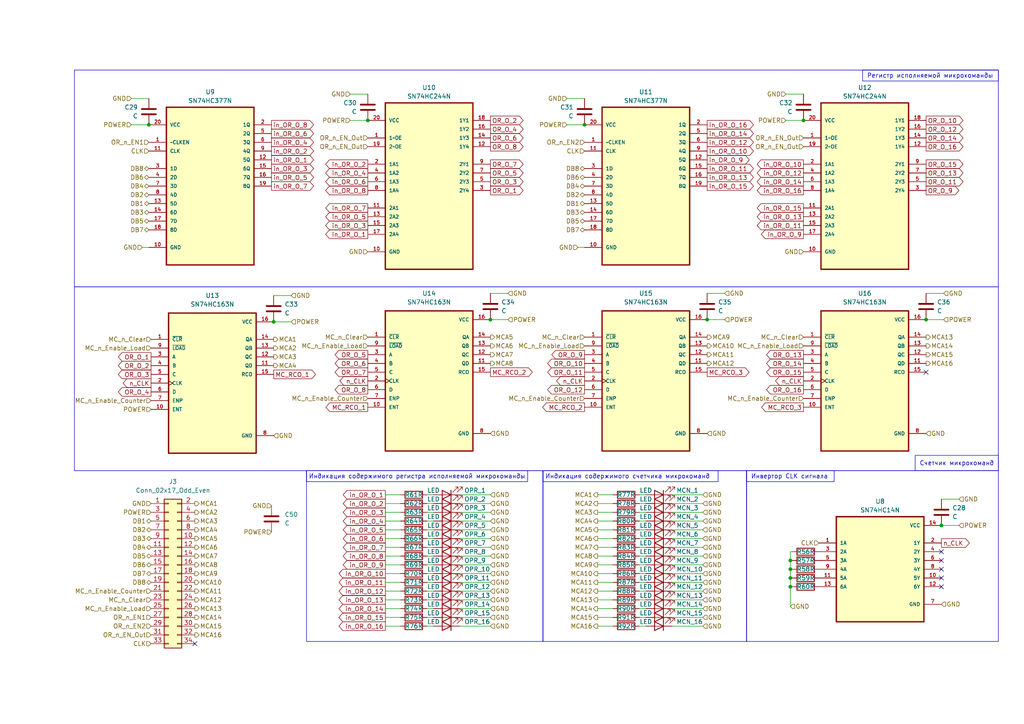
<source format=kicad_sch>
(kicad_sch (version 20230121) (generator eeschema)
  (paper "A4")
  (title_block (comment 1 "Схема электрическая принципиальная \\n Счетчика микрокоманд"))
  (junction (at 79.375 93.345))
  (junction (at 233.045 34.925))
  (junction (at 142.24 92.71))
  (junction (at 229.235 165.1))
  (junction (at 229.235 162.56))
  (junction (at 229.235 167.64))
  (junction (at 205.105 92.71))
  (junction (at 169.545 36.195))
  (junction (at 229.235 170.18))
  (junction (at 106.68 34.925))
  (junction (at 43.18 36.195))
  (junction (at 273.05 152.4))
  (junction (at 268.605 92.71))
  (no_connect (at 268.605 107.95))
  (no_connect (at 56.515 186.69))
  (no_connect (at 273.05 170.18))
  (no_connect (at 273.05 167.64))
  (no_connect (at 273.05 160.02))
  (no_connect (at 273.05 165.1))
  (no_connect (at 273.05 162.56))
  (wire (pts (xy 229.235 175.895) (xy 229.235 170.18)))
  (wire (pts (xy 123.825 143.51) (xy 125.73 143.51)))
  (wire (pts (xy 125.73 156.21) (xy 123.825 156.21)))
  (wire (pts (xy 125.73 179.07) (xy 123.825 179.07)))
  (wire (pts (xy 194.945 171.45) (xy 203.835 171.45)))
  (wire (pts (xy 116.205 143.51) (xy 111.76 143.51)))
  (wire (pts (xy 229.235 162.56) (xy 229.87 162.56)))
  (wire (pts (xy 133.35 163.83) (xy 142.24 163.83)))
  (wire (pts (xy 177.8 151.13) (xy 173.355 151.13)))
  (wire (pts (xy 194.945 166.37) (xy 203.835 166.37)))
  (wire (pts (xy 116.205 166.37) (xy 111.76 166.37)))
  (wire (pts (xy 177.8 158.75) (xy 173.355 158.75)))
  (wire (pts (xy 116.205 148.59) (xy 111.76 148.59)))
  (wire (pts (xy 125.73 161.29) (xy 123.825 161.29)))
  (wire (pts (xy 177.8 143.51) (xy 173.355 143.51)))
  (wire (pts (xy 133.35 151.13) (xy 142.24 151.13)))
  (wire (pts (xy 229.235 160.02) (xy 229.87 160.02)))
  (wire (pts (xy 187.325 153.67) (xy 185.42 153.67)))
  (wire (pts (xy 194.945 179.07) (xy 203.835 179.07)))
  (wire (pts (xy 133.35 143.51) (xy 142.24 143.51)))
  (wire (pts (xy 194.945 163.83) (xy 203.835 163.83)))
  (wire (pts (xy 194.945 158.75) (xy 203.835 158.75)))
  (wire (pts (xy 205.105 92.71) (xy 210.185 92.71)))
  (wire (pts (xy 229.235 165.1) (xy 229.87 165.1)))
  (wire (pts (xy 185.42 146.05) (xy 187.325 146.05)))
  (wire (pts (xy 125.73 176.53) (xy 123.825 176.53)))
  (wire (pts (xy 187.325 148.59) (xy 185.42 148.59)))
  (wire (pts (xy 233.045 34.925) (xy 227.965 34.925)))
  (wire (pts (xy 194.945 143.51) (xy 203.835 143.51)))
  (wire (pts (xy 187.325 181.61) (xy 185.42 181.61)))
  (wire (pts (xy 123.825 163.83) (xy 125.73 163.83)))
  (wire (pts (xy 187.325 171.45) (xy 185.42 171.45)))
  (wire (pts (xy 125.73 158.75) (xy 123.825 158.75)))
  (wire (pts (xy 185.42 143.51) (xy 187.325 143.51)))
  (wire (pts (xy 116.205 151.13) (xy 111.76 151.13)))
  (wire (pts (xy 194.945 161.29) (xy 203.835 161.29)))
  (wire (pts (xy 268.605 85.09) (xy 273.685 85.09)))
  (wire (pts (xy 133.35 156.21) (xy 142.24 156.21)))
  (wire (pts (xy 133.35 166.37) (xy 142.24 166.37)))
  (wire (pts (xy 125.73 153.67) (xy 123.825 153.67)))
  (wire (pts (xy 177.8 179.07) (xy 173.355 179.07)))
  (wire (pts (xy 41.275 71.755) (xy 43.18 71.755)))
  (wire (pts (xy 125.73 181.61) (xy 123.825 181.61)))
  (wire (pts (xy 142.24 85.09) (xy 147.32 85.09)))
  (wire (pts (xy 194.945 181.61) (xy 203.835 181.61)))
  (wire (pts (xy 106.68 27.305) (xy 101.6 27.305)))
  (wire (pts (xy 185.42 163.83) (xy 187.325 163.83)))
  (wire (pts (xy 229.235 170.18) (xy 229.235 167.64)))
  (wire (pts (xy 133.35 158.75) (xy 142.24 158.75)))
  (wire (pts (xy 187.325 179.07) (xy 185.42 179.07)))
  (wire (pts (xy 133.35 173.99) (xy 142.24 173.99)))
  (wire (pts (xy 116.205 156.21) (xy 111.76 156.21)))
  (wire (pts (xy 167.64 71.755) (xy 169.545 71.755)))
  (wire (pts (xy 133.35 161.29) (xy 142.24 161.29)))
  (wire (pts (xy 125.73 151.13) (xy 123.825 151.13)))
  (wire (pts (xy 177.8 166.37) (xy 173.355 166.37)))
  (wire (pts (xy 229.235 167.64) (xy 229.235 165.1)))
  (wire (pts (xy 177.8 153.67) (xy 173.355 153.67)))
  (wire (pts (xy 142.24 92.71) (xy 147.32 92.71)))
  (wire (pts (xy 229.235 167.64) (xy 229.87 167.64)))
  (wire (pts (xy 205.105 85.09) (xy 210.185 85.09)))
  (wire (pts (xy 116.205 181.61) (xy 111.76 181.61)))
  (wire (pts (xy 133.35 148.59) (xy 142.24 148.59)))
  (wire (pts (xy 194.945 168.91) (xy 203.835 168.91)))
  (wire (pts (xy 273.05 152.4) (xy 278.13 152.4)))
  (wire (pts (xy 116.205 179.07) (xy 111.76 179.07)))
  (wire (pts (xy 177.8 146.05) (xy 173.355 146.05)))
  (wire (pts (xy 187.325 176.53) (xy 185.42 176.53)))
  (wire (pts (xy 194.945 156.21) (xy 203.835 156.21)))
  (wire (pts (xy 187.325 173.99) (xy 185.42 173.99)))
  (wire (pts (xy 116.205 173.99) (xy 111.76 173.99)))
  (wire (pts (xy 116.205 176.53) (xy 111.76 176.53)))
  (wire (pts (xy 185.42 166.37) (xy 187.325 166.37)))
  (wire (pts (xy 268.605 92.71) (xy 273.685 92.71)))
  (wire (pts (xy 273.05 144.78) (xy 278.13 144.78)))
  (wire (pts (xy 177.8 181.61) (xy 173.355 181.61)))
  (wire (pts (xy 187.325 158.75) (xy 185.42 158.75)))
  (wire (pts (xy 229.235 165.1) (xy 229.235 162.56)))
  (wire (pts (xy 133.35 153.67) (xy 142.24 153.67)))
  (wire (pts (xy 116.205 161.29) (xy 111.76 161.29)))
  (wire (pts (xy 194.945 153.67) (xy 203.835 153.67)))
  (wire (pts (xy 187.325 161.29) (xy 185.42 161.29)))
  (wire (pts (xy 116.205 158.75) (xy 111.76 158.75)))
  (wire (pts (xy 123.825 166.37) (xy 125.73 166.37)))
  (wire (pts (xy 106.68 34.925) (xy 101.6 34.925)))
  (wire (pts (xy 133.35 179.07) (xy 142.24 179.07)))
  (wire (pts (xy 177.8 156.21) (xy 173.355 156.21)))
  (wire (pts (xy 187.325 156.21) (xy 185.42 156.21)))
  (wire (pts (xy 125.73 148.59) (xy 123.825 148.59)))
  (wire (pts (xy 116.205 146.05) (xy 111.76 146.05)))
  (wire (pts (xy 229.235 162.56) (xy 229.235 160.02)))
  (wire (pts (xy 177.8 148.59) (xy 173.355 148.59)))
  (wire (pts (xy 177.8 171.45) (xy 173.355 171.45)))
  (wire (pts (xy 177.8 176.53) (xy 173.355 176.53)))
  (wire (pts (xy 169.545 36.195) (xy 164.465 36.195)))
  (wire (pts (xy 123.825 146.05) (xy 125.73 146.05)))
  (wire (pts (xy 43.18 36.195) (xy 38.1 36.195)))
  (wire (pts (xy 125.73 168.91) (xy 123.825 168.91)))
  (wire (pts (xy 116.205 168.91) (xy 111.76 168.91)))
  (wire (pts (xy 116.205 171.45) (xy 111.76 171.45)))
  (wire (pts (xy 194.945 148.59) (xy 203.835 148.59)))
  (wire (pts (xy 116.205 163.83) (xy 111.76 163.83)))
  (wire (pts (xy 187.325 151.13) (xy 185.42 151.13)))
  (wire (pts (xy 187.325 168.91) (xy 185.42 168.91)))
  (wire (pts (xy 194.945 176.53) (xy 203.835 176.53)))
  (wire (pts (xy 177.8 161.29) (xy 173.355 161.29)))
  (wire (pts (xy 133.35 176.53) (xy 142.24 176.53)))
  (wire (pts (xy 133.35 171.45) (xy 142.24 171.45)))
  (wire (pts (xy 133.35 181.61) (xy 142.24 181.61)))
  (wire (pts (xy 177.8 173.99) (xy 173.355 173.99)))
  (wire (pts (xy 116.205 153.67) (xy 111.76 153.67)))
  (wire (pts (xy 194.945 146.05) (xy 203.835 146.05)))
  (wire (pts (xy 233.045 27.305) (xy 227.965 27.305)))
  (wire (pts (xy 133.35 146.05) (xy 142.24 146.05)))
  (wire (pts (xy 177.8 163.83) (xy 173.355 163.83)))
  (wire (pts (xy 177.8 168.91) (xy 173.355 168.91)))
  (wire (pts (xy 43.18 28.575) (xy 38.1 28.575)))
  (wire (pts (xy 133.35 168.91) (xy 142.24 168.91)))
  (wire (pts (xy 169.545 28.575) (xy 164.465 28.575)))
  (wire (pts (xy 194.945 151.13) (xy 203.835 151.13)))
  (wire (pts (xy 79.375 93.345) (xy 84.455 93.345)))
  (wire (pts (xy 125.73 173.99) (xy 123.825 173.99)))
  (wire (pts (xy 194.945 173.99) (xy 203.835 173.99)))
  (wire (pts (xy 125.73 171.45) (xy 123.825 171.45)))
  (wire (pts (xy 79.375 85.725) (xy 84.455 85.725)))
  (wire (pts (xy 229.235 170.18) (xy 229.87 170.18)))
  (rectangle (start 157.48 136.525) (end 208.28 139.7))
  (rectangle (start 157.48 136.525) (end 216.535 186.055))
  (rectangle (start 21.59 20.32) (end 289.56 83.185))
  (rectangle (start 88.9 136.525) (end 157.48 186.055))
  (rectangle (start 21.59 83.185) (end 289.56 136.525))
  (rectangle (start 88.9 136.525) (end 153.035 139.7))
  (rectangle (start 216.535 136.525) (end 289.56 186.055))
  (rectangle (start 250.19 20.32) (end 289.56 23.495))
  (rectangle (start 216.535 136.525) (end 241.935 139.7))
  (rectangle (start 265.43 132.08) (end 289.56 136.525))
  (text "Счетчик микрокоманд" (at 266.7 135.255 0) (effects (font (size 1.27 1.27)) (justify left bottom)))
  (text "Регистр исполняемой микрокоманды" (at 251.46 22.86 0) (effects (font (size 1.27 1.27)) (justify left bottom)))
  (text "Индикация содержимого счетчика микрокоманд" (at 158.115 139.065 0) (effects (font (size 1.27 1.27)) (justify left bottom)))
  (text "Инвертор CLK сигнала" (at 217.805 139.065 0) (effects (font (size 1.27 1.27)) (justify left bottom)))
  (text "Индикация содержимого регистра исполняемой микрокоманды" (at 89.535 139.065 0) (effects (font (size 1.27 1.27)) (justify left bottom)))
  (global_label "n_CLK" (shape output) (at 106.68 110.49 180) (property "Intersheetrefs" "${INTERSHEET_REFS}" (effects hide)))
  (global_label "in_OR_O_7" (shape output) (at 111.76 158.75 180) (property "Intersheetrefs" "${INTERSHEET_REFS}" (effects hide)))
  (global_label "in_OR_O_7" (shape output) (at 106.68 60.325 180) (property "Intersheetrefs" "${INTERSHEET_REFS}" (effects hide)))
  (global_label "in_OR_O_5" (shape output) (at 78.74 51.435 0) (property "Intersheetrefs" "${INTERSHEET_REFS}" (effects hide)))
  (global_label "in_OR_O_8" (shape output) (at 106.68 55.245 180) (property "Intersheetrefs" "${INTERSHEET_REFS}" (effects hide)))
  (global_label "OR_O_7" (shape output) (at 142.24 47.625 0) (property "Intersheetrefs" "${INTERSHEET_REFS}" (effects hide)))
  (global_label "in_OR_O_11" (shape output) (at 111.76 168.91 180) (property "Intersheetrefs" "${INTERSHEET_REFS}" (effects hide)))
  (global_label "in_OR_O_1" (shape output) (at 106.68 67.945 180) (property "Intersheetrefs" "${INTERSHEET_REFS}" (effects hide)))
  (global_label "OR_O_6" (shape output) (at 142.24 40.005 0) (property "Intersheetrefs" "${INTERSHEET_REFS}" (effects hide)))
  (global_label "in_OR_O_10" (shape output) (at 205.105 43.815 0) (property "Intersheetrefs" "${INTERSHEET_REFS}" (effects hide)))
  (global_label "OR_O_4" (shape output) (at 43.815 113.665 180) (property "Intersheetrefs" "${INTERSHEET_REFS}" (effects hide)))
  (global_label "in_OR_O_15" (shape output) (at 233.045 60.325 180) (property "Intersheetrefs" "${INTERSHEET_REFS}" (effects hide)))
  (global_label "MC_RCO_3" (shape output) (at 205.105 107.95 0) (property "Intersheetrefs" "${INTERSHEET_REFS}" (effects hide)))
  (global_label "n_CLK" (shape output) (at 233.045 110.49 180) (property "Intersheetrefs" "${INTERSHEET_REFS}" (effects hide)))
  (global_label "OR_O_8" (shape output) (at 142.24 42.545 0) (property "Intersheetrefs" "${INTERSHEET_REFS}" (effects hide)))
  (global_label "in_OR_O_13" (shape output) (at 111.76 173.99 180) (property "Intersheetrefs" "${INTERSHEET_REFS}" (effects hide)))
  (global_label "in_OR_O_14" (shape output) (at 111.76 176.53 180) (property "Intersheetrefs" "${INTERSHEET_REFS}" (effects hide)))
  (global_label "OR_O_1" (shape output) (at 43.815 103.505 180) (property "Intersheetrefs" "${INTERSHEET_REFS}" (effects hide)))
  (global_label "in_OR_O_10" (shape output) (at 111.76 166.37 180) (property "Intersheetrefs" "${INTERSHEET_REFS}" (effects hide)))
  (global_label "OR_O_1" (shape output) (at 142.24 55.245 0) (property "Intersheetrefs" "${INTERSHEET_REFS}" (effects hide)))
  (global_label "OR_O_15" (shape output) (at 233.045 107.95 180) (property "Intersheetrefs" "${INTERSHEET_REFS}" (effects hide)))
  (global_label "in_OR_O_2" (shape output) (at 78.74 43.815 0) (property "Intersheetrefs" "${INTERSHEET_REFS}" (effects hide)))
  (global_label "OR_O_16" (shape output) (at 268.605 42.545 0) (property "Intersheetrefs" "${INTERSHEET_REFS}" (effects hide)))
  (global_label "in_OR_O_16" (shape output) (at 111.76 181.61 180) (property "Intersheetrefs" "${INTERSHEET_REFS}" (effects hide)))
  (global_label "in_OR_O_16" (shape output) (at 205.105 36.195 0) (property "Intersheetrefs" "${INTERSHEET_REFS}" (effects hide)))
  (global_label "OR_O_7" (shape output) (at 106.68 107.95 180) (property "Intersheetrefs" "${INTERSHEET_REFS}" (effects hide)))
  (global_label "in_OR_O_3" (shape output) (at 106.68 65.405 180) (property "Intersheetrefs" "${INTERSHEET_REFS}" (effects hide)))
  (global_label "in_OR_O_3" (shape output) (at 78.74 48.895 0) (property "Intersheetrefs" "${INTERSHEET_REFS}" (effects hide)))
  (global_label "OR_O_13" (shape output) (at 268.605 50.165 0) (property "Intersheetrefs" "${INTERSHEET_REFS}" (effects hide)))
  (global_label "in_OR_O_14" (shape output) (at 205.105 38.735 0) (property "Intersheetrefs" "${INTERSHEET_REFS}" (effects hide)))
  (global_label "OR_O_2" (shape output) (at 43.815 106.045 180) (property "Intersheetrefs" "${INTERSHEET_REFS}" (effects hide)))
  (global_label "MC_RCO_2" (shape output) (at 169.545 118.11 180) (property "Intersheetrefs" "${INTERSHEET_REFS}" (effects hide)))
  (global_label "in_OR_O_15" (shape output) (at 111.76 179.07 180) (property "Intersheetrefs" "${INTERSHEET_REFS}" (effects hide)))
  (global_label "in_OR_O_12" (shape output) (at 233.045 50.165 180) (property "Intersheetrefs" "${INTERSHEET_REFS}" (effects hide)))
  (global_label "in_OR_O_6" (shape output) (at 78.74 38.735 0) (property "Intersheetrefs" "${INTERSHEET_REFS}" (effects hide)))
  (global_label "MC_RCO_1" (shape output) (at 79.375 108.585 0) (property "Intersheetrefs" "${INTERSHEET_REFS}" (effects hide)))
  (global_label "in_OR_O_6" (shape output) (at 106.68 52.705 180) (property "Intersheetrefs" "${INTERSHEET_REFS}" (effects hide)))
  (global_label "in_OR_O_9" (shape output) (at 205.105 46.355 0) (property "Intersheetrefs" "${INTERSHEET_REFS}" (effects hide)))
  (global_label "in_OR_O_14" (shape output) (at 233.045 52.705 180) (property "Intersheetrefs" "${INTERSHEET_REFS}" (effects hide)))
  (global_label "in_OR_O_3" (shape output) (at 111.76 148.59 180) (property "Intersheetrefs" "${INTERSHEET_REFS}" (effects hide)))
  (global_label "OR_O_10" (shape output) (at 169.545 105.41 180) (property "Intersheetrefs" "${INTERSHEET_REFS}" (effects hide)))
  (global_label "in_OR_O_8" (shape output) (at 111.76 161.29 180) (property "Intersheetrefs" "${INTERSHEET_REFS}" (effects hide)))
  (global_label "OR_O_4" (shape output) (at 142.24 37.465 0) (property "Intersheetrefs" "${INTERSHEET_REFS}" (effects hide)))
  (global_label "in_OR_O_9" (shape output) (at 111.76 163.83 180) (property "Intersheetrefs" "${INTERSHEET_REFS}" (effects hide)))
  (global_label "in_OR_O_2" (shape output) (at 106.68 47.625 180) (property "Intersheetrefs" "${INTERSHEET_REFS}" (effects hide)))
  (global_label "OR_O_9" (shape output) (at 268.605 55.245 0) (property "Intersheetrefs" "${INTERSHEET_REFS}" (effects hide)))
  (global_label "in_OR_O_9" (shape output) (at 233.045 67.945 180) (property "Intersheetrefs" "${INTERSHEET_REFS}" (effects hide)))
  (global_label "n_CLK" (shape output) (at 169.545 110.49 180) (property "Intersheetrefs" "${INTERSHEET_REFS}" (effects hide)))
  (global_label "in_OR_O_15" (shape output) (at 205.105 53.975 0) (property "Intersheetrefs" "${INTERSHEET_REFS}" (effects hide)))
  (global_label "OR_O_12" (shape output) (at 268.605 37.465 0) (property "Intersheetrefs" "${INTERSHEET_REFS}" (effects hide)))
  (global_label "OR_O_13" (shape output) (at 233.045 102.87 180) (property "Intersheetrefs" "${INTERSHEET_REFS}" (effects hide)))
  (global_label "in_OR_O_1" (shape output) (at 78.74 46.355 0) (property "Intersheetrefs" "${INTERSHEET_REFS}" (effects hide)))
  (global_label "in_OR_O_6" (shape output) (at 111.76 156.21 180) (property "Intersheetrefs" "${INTERSHEET_REFS}" (effects hide)))
  (global_label "OR_O_10" (shape output) (at 268.605 34.925 0) (property "Intersheetrefs" "${INTERSHEET_REFS}" (effects hide)))
  (global_label "MC_RCO_2" (shape output) (at 142.24 107.95 0) (property "Intersheetrefs" "${INTERSHEET_REFS}" (effects hide)))
  (global_label "MC_RCO_1" (shape output) (at 106.68 118.11 180) (property "Intersheetrefs" "${INTERSHEET_REFS}" (effects hide)))
  (global_label "in_OR_O_1" (shape output) (at 111.76 143.51 180) (property "Intersheetrefs" "${INTERSHEET_REFS}" (effects hide)))
  (global_label "in_OR_O_5" (shape output) (at 111.76 153.67 180) (property "Intersheetrefs" "${INTERSHEET_REFS}" (effects hide)))
  (global_label "OR_O_5" (shape output) (at 106.68 102.87 180) (property "Intersheetrefs" "${INTERSHEET_REFS}" (effects hide)))
  (global_label "OR_O_16" (shape output) (at 233.045 113.03 180) (property "Intersheetrefs" "${INTERSHEET_REFS}" (effects hide)))
  (global_label "in_OR_O_5" (shape output) (at 106.68 62.865 180) (property "Intersheetrefs" "${INTERSHEET_REFS}" (effects hide)))
  (global_label "OR_O_14" (shape output) (at 268.605 40.005 0) (property "Intersheetrefs" "${INTERSHEET_REFS}" (effects hide)))
  (global_label "in_OR_O_13" (shape output) (at 233.045 62.865 180) (property "Intersheetrefs" "${INTERSHEET_REFS}" (effects hide)))
  (global_label "OR_O_12" (shape output) (at 169.545 113.03 180) (property "Intersheetrefs" "${INTERSHEET_REFS}" (effects hide)))
  (global_label "in_OR_O_13" (shape output) (at 205.105 51.435 0) (property "Intersheetrefs" "${INTERSHEET_REFS}" (effects hide)))
  (global_label "n_CLK" (shape output) (at 43.815 111.125 180) (property "Intersheetrefs" "${INTERSHEET_REFS}" (effects hide)))
  (global_label "OR_O_11" (shape output) (at 169.545 107.95 180) (property "Intersheetrefs" "${INTERSHEET_REFS}" (effects hide)))
  (global_label "in_OR_O_8" (shape output) (at 78.74 36.195 0) (property "Intersheetrefs" "${INTERSHEET_REFS}" (effects hide)))
  (global_label "OR_O_3" (shape output) (at 43.815 108.585 180) (property "Intersheetrefs" "${INTERSHEET_REFS}" (effects hide)))
  (global_label "in_OR_O_4" (shape output) (at 78.74 41.275 0) (property "Intersheetrefs" "${INTERSHEET_REFS}" (effects hide)))
  (global_label "OR_O_2" (shape output) (at 142.24 34.925 0) (property "Intersheetrefs" "${INTERSHEET_REFS}" (effects hide)))
  (global_label "OR_O_15" (shape output) (at 268.605 47.625 0) (property "Intersheetrefs" "${INTERSHEET_REFS}" (effects hide)))
  (global_label "OR_O_9" (shape output) (at 169.545 102.87 180) (property "Intersheetrefs" "${INTERSHEET_REFS}" (effects hide)))
  (global_label "MC_RCO_3" (shape output) (at 233.045 118.11 180) (property "Intersheetrefs" "${INTERSHEET_REFS}" (effects hide)))
  (global_label "in_OR_O_7" (shape output) (at 78.74 53.975 0) (property "Intersheetrefs" "${INTERSHEET_REFS}" (effects hide)))
  (global_label "in_OR_O_12" (shape output) (at 111.76 171.45 180) (property "Intersheetrefs" "${INTERSHEET_REFS}" (effects hide)))
  (global_label "in_OR_O_16" (shape output) (at 233.045 55.245 180) (property "Intersheetrefs" "${INTERSHEET_REFS}" (effects hide)))
  (global_label "OR_O_11" (shape output) (at 268.605 52.705 0) (property "Intersheetrefs" "${INTERSHEET_REFS}" (effects hide)))
  (global_label "in_OR_O_10" (shape output) (at 233.045 47.625 180) (property "Intersheetrefs" "${INTERSHEET_REFS}" (effects hide)))
  (global_label "OR_O_3" (shape output) (at 142.24 52.705 0) (property "Intersheetrefs" "${INTERSHEET_REFS}" (effects hide)))
  (global_label "in_OR_O_4" (shape output) (at 106.68 50.165 180) (property "Intersheetrefs" "${INTERSHEET_REFS}" (effects hide)))
  (global_label "OR_O_6" (shape output) (at 106.68 105.41 180) (property "Intersheetrefs" "${INTERSHEET_REFS}" (effects hide)))
  (global_label "in_OR_O_11" (shape output) (at 233.045 65.405 180) (property "Intersheetrefs" "${INTERSHEET_REFS}" (effects hide)))
  (global_label "in_OR_O_2" (shape output) (at 111.76 146.05 180) (property "Intersheetrefs" "${INTERSHEET_REFS}" (effects hide)))
  (global_label "in_OR_O_11" (shape output) (at 205.105 48.895 0) (property "Intersheetrefs" "${INTERSHEET_REFS}" (effects hide)))
  (global_label "in_OR_O_4" (shape output) (at 111.76 151.13 180) (property "Intersheetrefs" "${INTERSHEET_REFS}" (effects hide)))
  (global_label "OR_O_5" (shape output) (at 142.24 50.165 0) (property "Intersheetrefs" "${INTERSHEET_REFS}" (effects hide)))
  (global_label "OR_O_8" (shape output) (at 106.68 113.03 180) (property "Intersheetrefs" "${INTERSHEET_REFS}" (effects hide)))
  (global_label "n_CLK" (shape output) (at 273.05 157.48 0) (property "Intersheetrefs" "${INTERSHEET_REFS}" (effects hide)))
  (global_label "OR_O_14" (shape output) (at 233.045 105.41 180) (property "Intersheetrefs" "${INTERSHEET_REFS}" (effects hide)))
  (global_label "in_OR_O_12" (shape output) (at 205.105 41.275 0) (property "Intersheetrefs" "${INTERSHEET_REFS}" (effects hide)))
  (hierarchical_label "GND" (shape input) (at 203.835 168.91 0))
  (hierarchical_label "MCA1" (shape output) (at 173.355 143.51 180))
  (hierarchical_label "DB5" (shape bidirectional) (at 43.18 64.135 180))
  (hierarchical_label "MCA13" (shape output) (at 268.605 97.79 0))
  (hierarchical_label "GND" (shape input) (at 142.24 171.45 0))
  (hierarchical_label "GND" (shape input) (at 203.835 181.61 0))
  (hierarchical_label "MCA13" (shape output) (at 173.355 173.99 180))
  (hierarchical_label "MCA10" (shape output) (at 56.515 168.91 0))
  (hierarchical_label "MCA6" (shape output) (at 142.24 100.33 0))
  (hierarchical_label "DB4" (shape bidirectional) (at 43.18 53.975 180))
  (hierarchical_label "POWER" (shape input) (at 43.815 148.59 180))
  (hierarchical_label "GND" (shape input) (at 233.045 73.025 180))
  (hierarchical_label "MCA8" (shape output) (at 56.515 163.83 0))
  (hierarchical_label "GND" (shape input) (at 203.835 158.75 0))
  (hierarchical_label "DB7" (shape bidirectional) (at 169.545 66.675 180))
  (hierarchical_label "DB3" (shape bidirectional) (at 169.545 61.595 180))
  (hierarchical_label "GND" (shape input) (at 203.835 156.21 0))
  (hierarchical_label "DB4" (shape bidirectional) (at 43.815 158.75 180))
  (hierarchical_label "MC_n_Enable_Counter" (shape input) (at 43.815 116.205 180))
  (hierarchical_label "GND" (shape input) (at 205.105 125.73 0))
  (hierarchical_label "GND" (shape input) (at 142.24 166.37 0))
  (hierarchical_label "CLK" (shape input) (at 43.815 186.69 180))
  (hierarchical_label "MCA10" (shape output) (at 173.355 166.37 180))
  (hierarchical_label "POWER" (shape input) (at 43.815 118.745 180))
  (hierarchical_label "CLK" (shape input) (at 43.18 43.815 180))
  (hierarchical_label "GND" (shape input) (at 203.835 148.59 0))
  (hierarchical_label "MCA14" (shape output) (at 56.515 179.07 0))
  (hierarchical_label "POWER" (shape input) (at 101.6 34.925 180))
  (hierarchical_label "OR_n_EN1" (shape input) (at 43.815 179.07 180))
  (hierarchical_label "DB6" (shape bidirectional) (at 43.815 163.83 180))
  (hierarchical_label "MCA15" (shape output) (at 173.355 179.07 180))
  (hierarchical_label "MC_n_Enable_Load" (shape input) (at 106.68 100.33 180))
  (hierarchical_label "MCA7" (shape output) (at 173.355 158.75 180))
  (hierarchical_label "GND" (shape input) (at 142.24 161.29 0))
  (hierarchical_label "GND" (shape input) (at 38.1 28.575 180))
  (hierarchical_label "MCA3" (shape output) (at 79.375 103.505 0))
  (hierarchical_label "MCA16" (shape output) (at 56.515 184.15 0))
  (hierarchical_label "GND" (shape input) (at 142.24 156.21 0))
  (hierarchical_label "MC_n_Clear" (shape input) (at 43.815 98.425 180))
  (hierarchical_label "MCA2" (shape output) (at 173.355 146.05 180))
  (hierarchical_label "MCA3" (shape output) (at 173.355 148.59 180))
  (hierarchical_label "MC_n_Clear" (shape input) (at 43.815 173.99 180))
  (hierarchical_label "MC_n_Enable_Counter" (shape input) (at 106.68 115.57 180))
  (hierarchical_label "GND" (shape input) (at 203.835 179.07 0))
  (hierarchical_label "OR_n_EN1" (shape input) (at 43.18 41.275 180))
  (hierarchical_label "MCA14" (shape output) (at 268.605 100.33 0))
  (hierarchical_label "MCA3" (shape output) (at 56.515 151.13 0))
  (hierarchical_label "GND" (shape input) (at 203.835 161.29 0))
  (hierarchical_label "GND" (shape input) (at 273.685 85.09 0))
  (hierarchical_label "GND" (shape input) (at 142.24 179.07 0))
  (hierarchical_label "GND" (shape input) (at 167.64 71.755 180))
  (hierarchical_label "MCA11" (shape output) (at 56.515 171.45 0))
  (hierarchical_label "POWER" (shape input) (at 164.465 36.195 180))
  (hierarchical_label "POWER" (shape input) (at 38.1 36.195 180))
  (hierarchical_label "MCA14" (shape output) (at 173.355 176.53 180))
  (hierarchical_label "DB2" (shape bidirectional) (at 43.18 56.515 180))
  (hierarchical_label "POWER" (shape input) (at 210.185 92.71 0))
  (hierarchical_label "MCA5" (shape output) (at 56.515 156.21 0))
  (hierarchical_label "GND" (shape input) (at 142.24 148.59 0))
  (hierarchical_label "DB1" (shape bidirectional) (at 43.815 151.13 180))
  (hierarchical_label "DB5" (shape bidirectional) (at 169.545 64.135 180))
  (hierarchical_label "MCA12" (shape output) (at 205.105 105.41 0))
  (hierarchical_label "GND" (shape input) (at 203.835 176.53 0))
  (hierarchical_label "OR_n_EN2" (shape input) (at 43.815 181.61 180))
  (hierarchical_label "MC_n_Clear" (shape input) (at 106.68 97.79 180))
  (hierarchical_label "DB2" (shape bidirectional) (at 169.545 56.515 180))
  (hierarchical_label "DB7" (shape bidirectional) (at 43.18 66.675 180))
  (hierarchical_label "GND" (shape input) (at 203.835 163.83 0))
  (hierarchical_label "POWER" (shape input) (at 273.685 92.71 0))
  (hierarchical_label "GND" (shape input) (at 142.24 181.61 0))
  (hierarchical_label "GND" (shape input) (at 43.815 146.05 180))
  (hierarchical_label "OR_n_EN_Out" (shape input) (at 43.815 184.15 180))
  (hierarchical_label "MC_n_Enable_Counter" (shape input) (at 43.815 171.45 180))
  (hierarchical_label "MC_n_Clear" (shape input) (at 233.045 97.79 180))
  (hierarchical_label "DB2" (shape bidirectional) (at 43.815 153.67 180))
  (hierarchical_label "MC_n_Enable_Counter" (shape input) (at 233.045 115.57 180))
  (hierarchical_label "CLK" (shape input) (at 237.49 157.48 180))
  (hierarchical_label "MCA13" (shape output) (at 56.515 176.53 0))
  (hierarchical_label "POWER" (shape input) (at 78.74 154.305 180))
  (hierarchical_label "OR_n_EN_Out" (shape input) (at 233.045 40.005 180))
  (hierarchical_label "GND" (shape input) (at 229.235 175.895 0))
  (hierarchical_label "OR_n_EN_Out" (shape input) (at 233.045 42.545 180))
  (hierarchical_label "GND" (shape input) (at 227.965 27.305 180))
  (hierarchical_label "DB8" (shape bidirectional) (at 43.815 168.91 180))
  (hierarchical_label "MCA16" (shape output) (at 268.605 105.41 0))
  (hierarchical_label "GND" (shape input) (at 268.605 125.73 0))
  (hierarchical_label "MCA15" (shape output) (at 268.605 102.87 0))
  (hierarchical_label "MCA10" (shape output) (at 205.105 100.33 0))
  (hierarchical_label "MCA7" (shape output) (at 56.515 161.29 0))
  (hierarchical_label "GND" (shape input) (at 142.24 158.75 0))
  (hierarchical_label "MCA4" (shape output) (at 56.515 153.67 0))
  (hierarchical_label "POWER" (shape input) (at 227.965 34.925 180))
  (hierarchical_label "CLK" (shape input) (at 169.545 43.815 180))
  (hierarchical_label "MCA16" (shape output) (at 173.355 181.61 180))
  (hierarchical_label "MCA2" (shape output) (at 79.375 100.965 0))
  (hierarchical_label "MCA11" (shape output) (at 173.355 168.91 180))
  (hierarchical_label "POWER" (shape input) (at 278.13 152.4 0))
  (hierarchical_label "MCA6" (shape output) (at 173.355 156.21 180))
  (hierarchical_label "DB4" (shape bidirectional) (at 169.545 53.975 180))
  (hierarchical_label "DB7" (shape bidirectional) (at 43.815 166.37 180))
  (hierarchical_label "MC_n_Enable_Load" (shape input) (at 43.815 100.965 180))
  (hierarchical_label "MCA4" (shape output) (at 79.375 106.045 0))
  (hierarchical_label "MCA7" (shape output) (at 142.24 102.87 0))
  (hierarchical_label "POWER" (shape input) (at 147.32 92.71 0))
  (hierarchical_label "GND" (shape input) (at 84.455 85.725 0))
  (hierarchical_label "GND" (shape input) (at 142.24 146.05 0))
  (hierarchical_label "MCA9" (shape output) (at 205.105 97.79 0))
  (hierarchical_label "MCA5" (shape output) (at 173.355 153.67 180))
  (hierarchical_label "MCA15" (shape output) (at 56.515 181.61 0))
  (hierarchical_label "GND" (shape input) (at 142.24 176.53 0))
  (hierarchical_label "MC_n_Enable_Load" (shape input) (at 43.815 176.53 180))
  (hierarchical_label "GND" (shape input) (at 101.6 27.305 180))
  (hierarchical_label "GND" (shape input) (at 278.13 144.78 0))
  (hierarchical_label "GND" (shape input) (at 78.74 146.685 180))
  (hierarchical_label "GND" (shape input) (at 142.24 125.73 0))
  (hierarchical_label "DB6" (shape bidirectional) (at 43.18 51.435 180))
  (hierarchical_label "MCA9" (shape output) (at 56.515 166.37 0))
  (hierarchical_label "MCA1" (shape output) (at 56.515 146.05 0))
  (hierarchical_label "DB3" (shape bidirectional) (at 43.815 156.21 180))
  (hierarchical_label "GND" (shape input) (at 203.835 151.13 0))
  (hierarchical_label "GND" (shape input) (at 142.24 153.67 0))
  (hierarchical_label "MCA11" (shape output) (at 205.105 102.87 0))
  (hierarchical_label "GND" (shape input) (at 142.24 163.83 0))
  (hierarchical_label "GND" (shape input) (at 142.24 168.91 0))
  (hierarchical_label "POWER" (shape input) (at 84.455 93.345 0))
  (hierarchical_label "GND" (shape input) (at 273.05 175.26 0))
  (hierarchical_label "GND" (shape input) (at 142.24 143.51 0))
  (hierarchical_label "DB8" (shape bidirectional) (at 43.18 48.895 180))
  (hierarchical_label "MC_n_Enable_Counter" (shape input) (at 169.545 115.57 180))
  (hierarchical_label "GND" (shape input) (at 203.835 166.37 0))
  (hierarchical_label "MCA6" (shape output) (at 56.515 158.75 0))
  (hierarchical_label "DB1" (shape bidirectional) (at 169.545 59.055 180))
  (hierarchical_label "GND" (shape input) (at 210.185 85.09 0))
  (hierarchical_label "MCA12" (shape output) (at 56.515 173.99 0))
  (hierarchical_label "DB6" (shape bidirectional) (at 169.545 51.435 180))
  (hierarchical_label "GND" (shape input) (at 79.375 126.365 0))
  (hierarchical_label "OR_n_EN_Out" (shape input) (at 106.68 40.005 180))
  (hierarchical_label "GND" (shape input) (at 203.835 153.67 0))
  (hierarchical_label "GND" (shape input) (at 164.465 28.575 180))
  (hierarchical_label "GND" (shape input) (at 203.835 173.99 0))
  (hierarchical_label "MCA2" (shape output) (at 56.515 148.59 0))
  (hierarchical_label "GND" (shape input) (at 41.275 71.755 180))
  (hierarchical_label "DB8" (shape bidirectional) (at 169.545 48.895 180))
  (hierarchical_label "GND" (shape input) (at 147.32 85.09 0))
  (hierarchical_label "OR_n_EN_Out" (shape input) (at 106.68 42.545 180))
  (hierarchical_label "MCA8" (shape output) (at 173.355 161.29 180))
  (hierarchical_label "DB5" (shape bidirectional) (at 43.815 161.29 180))
  (hierarchical_label "GND" (shape input) (at 203.835 171.45 0))
  (hierarchical_label "MCA1" (shape output) (at 79.375 98.425 0))
  (hierarchical_label "GND" (shape input) (at 142.24 173.99 0))
  (hierarchical_label "MC_n_Enable_Load" (shape input) (at 169.545 100.33 180))
  (hierarchical_label "MC_n_Clear" (shape input) (at 169.545 97.79 180))
  (hierarchical_label "DB1" (shape bidirectional) (at 43.18 59.055 180))
  (hierarchical_label "DB3" (shape bidirectional) (at 43.18 61.595 180))
  (hierarchical_label "GND" (shape input) (at 203.835 143.51 0))
  (hierarchical_label "GND" (shape input) (at 106.68 73.025 180))
  (hierarchical_label "MCA9" (shape output) (at 173.355 163.83 180))
  (hierarchical_label "MCA4" (shape output) (at 173.355 151.13 180))
  (hierarchical_label "MCA5" (shape output) (at 142.24 97.79 0))
  (hierarchical_label "OR_n_EN2" (shape input) (at 169.545 41.275 180))
  (hierarchical_label "MCA12" (shape output) (at 173.355 171.45 180))
  (hierarchical_label "GND" (shape input) (at 203.835 146.05 0))
  (hierarchical_label "GND" (shape input) (at 142.24 151.13 0))
  (hierarchical_label "MC_n_Enable_Load" (shape input) (at 233.045 100.33 180))
  (hierarchical_label "MCA8" (shape output) (at 142.24 105.41 0))
  (symbol (lib_id "Device:R") (at 233.68 167.64 90) (unit 1)
    (property "Reference" "R59" (at 233.045 167.64 90))
    (property "Value" "R" (at 235.585 167.64 90))
  )
  (symbol (lib_id "Device:R") (at 181.61 151.13 90) (unit 1)
    (property "Reference" "R80" (at 180.975 151.13 90))
    (property "Value" "R" (at 183.515 151.13 90))
  )
  (symbol (lib_id "Device:C") (at 79.375 89.535 0) (unit 1)
    (property "Reference" "C33" (at 82.55 88.265 0) (effects (justify left)))
    (property "Value" "C" (at 82.55 90.805 0) (effects (justify left)))
  )
  (symbol (lib_id "Device:R") (at 120.015 146.05 90) (unit 1)
    (property "Reference" "R62" (at 119.38 146.05 90))
    (property "Value" "R" (at 121.92 146.05 90))
  )
  (symbol (lib_id "SN74HC163N:SN74HC163N") (at 61.595 111.125 0) (unit 1)
    (property "Reference" "U13" (at 61.595 85.725 0))
    (property "Value" "SN74HC163N" (at 61.595 88.265 0))
    (property "Footprint" "SN74HC163N:DIP794W45P254L1969H508Q16" (effects hide))
    (property "MF" "Texas Instruments" (effects hide))
    (property "Description" "\n4-Bit Synchronous Binary Counters\n" (effects hide))
    (property "Package" "PDIP-16 Texas Instruments" (effects hide))
    (property "Price" "None" (effects hide))
    (property "SnapEDA_Link" "https://www.snapeda.com/parts/SN74HC163N/Texas+Instruments/view-part/?ref=snap" (effects hide))
    (property "MP" "SN74HC163N" (effects hide))
    (property "Purchase-URL" "https://www.snapeda.com/api/url_track_click_mouser/?unipart_id=378164&manufacturer=Texas Instruments&part_name=SN74HC163N&search_term=None" (effects hide))
    (property "Availability" "In Stock" (effects hide))
    (property "Check_prices" "https://www.snapeda.com/parts/SN74HC163N/Texas+Instruments/view-part/?ref=eda" (effects hide))
  )
  (symbol (lib_id "Device:R") (at 120.015 143.51 90) (unit 1)
    (property "Reference" "R61" (at 119.38 143.51 90))
    (property "Value" "R" (at 121.92 143.51 90))
  )
  (symbol (lib_id "Device:R") (at 120.015 166.37 90) (unit 1)
    (property "Reference" "R70" (at 119.38 166.37 90))
    (property "Value" "R" (at 121.92 166.37 90))
  )
  (symbol (lib_id "Device:R") (at 181.61 176.53 90) (unit 1)
    (property "Reference" "R90" (at 180.975 176.53 90))
    (property "Value" "R" (at 183.515 176.53 90))
  )
  (symbol (lib_id "Device:R") (at 120.015 161.29 90) (unit 1)
    (property "Reference" "R68" (at 119.38 161.29 90))
    (property "Value" "R" (at 121.92 161.29 90))
  )
  (symbol (lib_id "Device:LED") (at 191.135 179.07 180) (unit 1)
    (property "Reference" "MCN_15" (at 200.025 177.8 0))
    (property "Value" "LED" (at 187.325 177.8 0))
  )
  (symbol (lib_id "Device:LED") (at 129.54 153.67 180) (unit 1)
    (property "Reference" "OPR_5" (at 137.795 152.4 0))
    (property "Value" "LED" (at 125.73 152.4 0))
  )
  (symbol (lib_id "Device:R") (at 181.61 181.61 90) (unit 1)
    (property "Reference" "R92" (at 180.975 181.61 90))
    (property "Value" "R" (at 183.515 181.61 90))
  )
  (symbol (lib_id "Device:R") (at 181.61 148.59 90) (unit 1)
    (property "Reference" "R79" (at 180.975 148.59 90))
    (property "Value" "R" (at 183.515 148.59 90))
  )
  (symbol (lib_id "Device:C") (at 205.105 88.9 0) (unit 1)
    (property "Reference" "C35" (at 208.28 87.63 0) (effects (justify left)))
    (property "Value" "C" (at 208.28 90.17 0) (effects (justify left)))
  )
  (symbol (lib_id "Device:LED") (at 129.54 158.75 180) (unit 1)
    (property "Reference" "OPR_7" (at 137.795 157.48 0))
    (property "Value" "LED" (at 125.73 157.48 0))
  )
  (symbol (lib_id "Device:LED") (at 191.135 146.05 180) (unit 1)
    (property "Reference" "MCN_2" (at 199.39 144.78 0))
    (property "Value" "LED" (at 187.325 144.78 0))
  )
  (symbol (lib_id "Device:R") (at 120.015 163.83 90) (unit 1)
    (property "Reference" "R69" (at 119.38 163.83 90))
    (property "Value" "R" (at 121.92 163.83 90))
  )
  (symbol (lib_id "Device:LED") (at 191.135 163.83 180) (unit 1)
    (property "Reference" "MCN_9" (at 199.39 162.56 0))
    (property "Value" "LED" (at 187.325 162.56 0))
  )
  (symbol (lib_id "SN74HC163N:SN74HC163N") (at 124.46 110.49 0) (unit 1)
    (property "Reference" "U14" (at 124.46 85.09 0))
    (property "Value" "SN74HC163N" (at 124.46 87.63 0))
    (property "Footprint" "SN74HC163N:DIP794W45P254L1969H508Q16" (effects hide))
    (property "MF" "Texas Instruments" (effects hide))
    (property "Description" "\n4-Bit Synchronous Binary Counters\n" (effects hide))
    (property "Package" "PDIP-16 Texas Instruments" (effects hide))
    (property "Price" "None" (effects hide))
    (property "SnapEDA_Link" "https://www.snapeda.com/parts/SN74HC163N/Texas+Instruments/view-part/?ref=snap" (effects hide))
    (property "MP" "SN74HC163N" (effects hide))
    (property "Purchase-URL" "https://www.snapeda.com/api/url_track_click_mouser/?unipart_id=378164&manufacturer=Texas Instruments&part_name=SN74HC163N&search_term=None" (effects hide))
    (property "Availability" "In Stock" (effects hide))
    (property "Check_prices" "https://www.snapeda.com/parts/SN74HC163N/Texas+Instruments/view-part/?ref=eda" (effects hide))
  )
  (symbol (lib_id "Device:LED") (at 191.135 153.67 180) (unit 1)
    (property "Reference" "MCN_5" (at 199.39 152.4 0))
    (property "Value" "LED" (at 187.325 152.4 0))
  )
  (symbol (lib_id "Device:C") (at 106.68 31.115 0) (mirror y) (unit 1)
    (property "Reference" "C30" (at 103.505 29.845 0) (effects (justify left)))
    (property "Value" "C" (at 103.505 32.385 0) (effects (justify left)))
  )
  (symbol (lib_id "Device:C") (at 78.74 150.495 0) (unit 1)
    (property "Reference" "C50" (at 82.55 149.225 0) (effects (justify left)))
    (property "Value" "C" (at 82.55 151.765 0) (effects (justify left)))
  )
  (symbol (lib_id "SN74HC377N:SN74HC377N") (at 60.96 51.435 0) (unit 1)
    (property "Reference" "U9" (at 60.96 26.67 0))
    (property "Value" "SN74HC377N" (at 60.96 29.21 0))
    (property "Footprint" "SN74HC377N:DIP254P762X508-20" (effects hide))
    (property "MF" "Texas Instruments" (effects hide))
    (property "Description" "\nOctal D-Type Flip-Flops With Clock Enable\n" (effects hide))
    (property "PACKAGE" "PDIP-20" (effects hide))
    (property "MPN" "SN74HC377N" (effects hide))
    (property "Price" "None" (effects hide))
    (property "Package" "PDIP-20 Texas Instruments" (effects hide))
    (property "OC_FARNELL" "1287551" (effects hide))
    (property "SnapEDA_Link" "https://www.snapeda.com/parts/SN74HC377N/Texas+Instruments/view-part/?ref=snap" (effects hide))
    (property "MP" "SN74HC377N" (effects hide))
    (property "Purchase-URL" "https://www.snapeda.com/api/url_track_click_mouser/?unipart_id=500370&manufacturer=Texas Instruments&part_name=SN74HC377N&search_term=sn74hc377" (effects hide))
    (property "SUPPLIER" "Texas Instruments" (effects hide))
    (property "OC_NEWARK" "08F6514" (effects hide))
    (property "Availability" "In Stock" (effects hide))
    (property "Check_prices" "https://www.snapeda.com/parts/SN74HC377N/Texas+Instruments/view-part/?ref=eda" (effects hide))
  )
  (symbol (lib_id "Device:R") (at 181.61 168.91 90) (unit 1)
    (property "Reference" "R87" (at 180.975 168.91 90))
    (property "Value" "R" (at 183.515 168.91 90))
  )
  (symbol (lib_id "Device:C") (at 273.05 148.59 0) (unit 1)
    (property "Reference" "C28" (at 276.225 147.32 0) (effects (justify left)))
    (property "Value" "C" (at 276.225 149.86 0) (effects (justify left)))
  )
  (symbol (lib_id "Device:R") (at 181.61 158.75 90) (unit 1)
    (property "Reference" "R83" (at 180.975 158.75 90))
    (property "Value" "R" (at 183.515 158.75 90))
  )
  (symbol (lib_id "Device:R") (at 233.68 162.56 90) (unit 1)
    (property "Reference" "R57" (at 233.045 162.56 90))
    (property "Value" "R" (at 235.585 162.56 90))
  )
  (symbol (lib_id "Device:LED") (at 129.54 151.13 180) (unit 1)
    (property "Reference" "OPR_4" (at 137.795 149.86 0))
    (property "Value" "LED" (at 125.73 149.86 0))
  )
  (symbol (lib_id "Device:LED") (at 129.54 161.29 180) (unit 1)
    (property "Reference" "OPR_8" (at 137.795 160.02 0))
    (property "Value" "LED" (at 125.73 160.02 0))
  )
  (symbol (lib_id "Device:LED") (at 129.54 143.51 180) (unit 1)
    (property "Reference" "OPR_1" (at 137.795 142.24 0))
    (property "Value" "LED" (at 125.73 142.24 0))
  )
  (symbol (lib_id "Device:R") (at 181.61 161.29 90) (unit 1)
    (property "Reference" "R84" (at 180.975 161.29 90))
    (property "Value" "R" (at 183.515 161.29 90))
  )
  (symbol (lib_id "Device:LED") (at 129.54 156.21 180) (unit 1)
    (property "Reference" "OPR_6" (at 137.795 154.94 0))
    (property "Value" "LED" (at 125.73 154.94 0))
  )
  (symbol (lib_id "Device:C") (at 233.045 31.115 0) (mirror y) (unit 1)
    (property "Reference" "C32" (at 229.87 29.845 0) (effects (justify left)))
    (property "Value" "C" (at 229.87 32.385 0) (effects (justify left)))
  )
  (symbol (lib_id "Device:LED") (at 191.135 151.13 180) (unit 1)
    (property "Reference" "MCN_4" (at 199.39 149.86 0))
    (property "Value" "LED" (at 187.325 149.86 0))
  )
  (symbol (lib_id "Connector_Generic:Conn_02x17_Odd_Even") (at 48.895 166.37 0) (unit 1)
    (property "Reference" "J3" (at 50.165 139.7 0))
    (property "Value" "Conn_02x17_Odd_Even" (at 50.165 142.24 0))
  )
  (symbol (lib_id "Device:C") (at 169.545 32.385 0) (mirror y) (unit 1)
    (property "Reference" "C31" (at 166.37 31.115 0) (effects (justify left)))
    (property "Value" "C" (at 166.37 33.655 0) (effects (justify left)))
  )
  (symbol (lib_id "Device:R") (at 120.015 151.13 90) (unit 1)
    (property "Reference" "R64" (at 119.38 151.13 90))
    (property "Value" "R" (at 121.92 151.13 90))
  )
  (symbol (lib_id "Device:LED") (at 191.135 143.51 180) (unit 1)
    (property "Reference" "MCN_1" (at 199.39 142.24 0))
    (property "Value" "LED" (at 187.325 142.24 0))
  )
  (symbol (lib_id "Device:R") (at 181.61 173.99 90) (unit 1)
    (property "Reference" "R89" (at 180.975 173.99 90))
    (property "Value" "R" (at 183.515 173.99 90))
  )
  (symbol (lib_id "Device:LED") (at 191.135 158.75 180) (unit 1)
    (property "Reference" "MCN_7" (at 199.39 157.48 0))
    (property "Value" "LED" (at 187.325 157.48 0))
  )
  (symbol (lib_id "Device:C") (at 268.605 88.9 0) (unit 1)
    (property "Reference" "C36" (at 271.78 87.63 0) (effects (justify left)))
    (property "Value" "C" (at 271.78 90.17 0) (effects (justify left)))
  )
  (symbol (lib_id "Device:R") (at 181.61 156.21 90) (unit 1)
    (property "Reference" "R82" (at 180.975 156.21 90))
    (property "Value" "R" (at 183.515 156.21 90))
  )
  (symbol (lib_id "Device:R") (at 181.61 163.83 90) (unit 1)
    (property "Reference" "R85" (at 180.975 163.83 90))
    (property "Value" "R" (at 183.515 163.83 90))
  )
  (symbol (lib_id "Device:LED") (at 129.54 179.07 180) (unit 1)
    (property "Reference" "OPR_15" (at 138.43 177.8 0))
    (property "Value" "LED" (at 125.73 177.8 0))
  )
  (symbol (lib_id "Device:R") (at 120.015 148.59 90) (unit 1)
    (property "Reference" "R63" (at 119.38 148.59 90))
    (property "Value" "R" (at 121.92 148.59 90))
  )
  (symbol (lib_id "Device:LED") (at 191.135 166.37 180) (unit 1)
    (property "Reference" "MCN_10" (at 200.025 165.1 0))
    (property "Value" "LED" (at 187.325 165.1 0))
  )
  (symbol (lib_id "Device:LED") (at 191.135 168.91 180) (unit 1)
    (property "Reference" "MCN_11" (at 200.025 167.64 0))
    (property "Value" "LED" (at 187.325 167.64 0))
  )
  (symbol (lib_id "SN74HC244N:SN74HC244N") (at 250.825 50.165 0) (unit 1)
    (property "Reference" "U12" (at 250.825 25.4 0))
    (property "Value" "SN74HC244N" (at 250.825 27.94 0))
    (property "Footprint" "SN74HC244N:DIP254P762X508-20" (effects hide))
    (property "MF" "Texas Instruments" (effects hide))
    (property "Description" "\n8-ch, 2-V to 6-V buffers with 3-state outputs\n" (effects hide))
    (property "PACKAGE" "PDIP-20" (effects hide))
    (property "MPN" "SN74HC244N" (effects hide))
    (property "Price" "None" (effects hide))
    (property "Package" "PDIP-20 Texas Instruments" (effects hide))
    (property "OC_FARNELL" "9591281" (effects hide))
    (property "SnapEDA_Link" "https://www.snapeda.com/parts/SN74HC244N/Texas+Instruments/view-part/?ref=snap" (effects hide))
    (property "MP" "SN74HC244N" (effects hide))
    (property "Purchase-URL" "https://www.snapeda.com/api/url_track_click_mouser/?unipart_id=108952&manufacturer=Texas Instruments&part_name=SN74HC244N&search_term=sn74hc244" (effects hide))
    (property "SUPPLIER" "Texas Instruments" (effects hide))
    (property "OC_NEWARK" "60K6831" (effects hide))
    (property "Availability" "In Stock" (effects hide))
    (property "Check_prices" "https://www.snapeda.com/parts/SN74HC244N/Texas+Instruments/view-part/?ref=eda" (effects hide))
  )
  (symbol (lib_id "SN74HC163N:SN74HC163N") (at 250.825 110.49 0) (unit 1)
    (property "Reference" "U16" (at 250.825 85.09 0))
    (property "Value" "SN74HC163N" (at 250.825 87.63 0))
    (property "Footprint" "SN74HC163N:DIP794W45P254L1969H508Q16" (effects hide))
    (property "MF" "Texas Instruments" (effects hide))
    (property "Description" "\n4-Bit Synchronous Binary Counters\n" (effects hide))
    (property "Package" "PDIP-16 Texas Instruments" (effects hide))
    (property "Price" "None" (effects hide))
    (property "SnapEDA_Link" "https://www.snapeda.com/parts/SN74HC163N/Texas+Instruments/view-part/?ref=snap" (effects hide))
    (property "MP" "SN74HC163N" (effects hide))
    (property "Purchase-URL" "https://www.snapeda.com/api/url_track_click_mouser/?unipart_id=378164&manufacturer=Texas Instruments&part_name=SN74HC163N&search_term=None" (effects hide))
    (property "Availability" "In Stock" (effects hide))
    (property "Check_prices" "https://www.snapeda.com/parts/SN74HC163N/Texas+Instruments/view-part/?ref=eda" (effects hide))
  )
  (symbol (lib_id "Device:R") (at 181.61 146.05 90) (unit 1)
    (property "Reference" "R78" (at 180.975 146.05 90))
    (property "Value" "R" (at 183.515 146.05 90))
  )
  (symbol (lib_id "SN74HC244N:SN74HC244N") (at 124.46 50.165 0) (unit 1)
    (property "Reference" "U10" (at 124.46 25.4 0))
    (property "Value" "SN74HC244N" (at 124.46 27.94 0))
    (property "Footprint" "SN74HC244N:DIP254P762X508-20" (effects hide))
    (property "MF" "Texas Instruments" (effects hide))
    (property "Description" "\n8-ch, 2-V to 6-V buffers with 3-state outputs\n" (effects hide))
    (property "PACKAGE" "PDIP-20" (effects hide))
    (property "MPN" "SN74HC244N" (effects hide))
    (property "Price" "None" (effects hide))
    (property "Package" "PDIP-20 Texas Instruments" (effects hide))
    (property "OC_FARNELL" "9591281" (effects hide))
    (property "SnapEDA_Link" "https://www.snapeda.com/parts/SN74HC244N/Texas+Instruments/view-part/?ref=snap" (effects hide))
    (property "MP" "SN74HC244N" (effects hide))
    (property "Purchase-URL" "https://www.snapeda.com/api/url_track_click_mouser/?unipart_id=108952&manufacturer=Texas Instruments&part_name=SN74HC244N&search_term=sn74hc244" (effects hide))
    (property "SUPPLIER" "Texas Instruments" (effects hide))
    (property "OC_NEWARK" "60K6831" (effects hide))
    (property "Availability" "In Stock" (effects hide))
    (property "Check_prices" "https://www.snapeda.com/parts/SN74HC244N/Texas+Instruments/view-part/?ref=eda" (effects hide))
  )
  (symbol (lib_id "Device:LED") (at 129.54 166.37 180) (unit 1)
    (property "Reference" "OPR_10" (at 138.43 165.1 0))
    (property "Value" "LED" (at 125.73 165.1 0))
  )
  (symbol (lib_id "Device:LED") (at 191.135 176.53 180) (unit 1)
    (property "Reference" "MCN_14" (at 200.025 175.26 0))
    (property "Value" "LED" (at 187.325 175.26 0))
  )
  (symbol (lib_id "Device:R") (at 181.61 153.67 90) (unit 1)
    (property "Reference" "R81" (at 180.975 153.67 90))
    (property "Value" "R" (at 183.515 153.67 90))
  )
  (symbol (lib_id "Device:LED") (at 129.54 176.53 180) (unit 1)
    (property "Reference" "OPR_14" (at 138.43 175.26 0))
    (property "Value" "LED" (at 125.73 175.26 0))
  )
  (symbol (lib_id "Device:R") (at 120.015 179.07 90) (unit 1)
    (property "Reference" "R75" (at 119.38 179.07 90))
    (property "Value" "R" (at 121.92 179.07 90))
  )
  (symbol (lib_id "Device:C") (at 142.24 88.9 0) (unit 1)
    (property "Reference" "C34" (at 145.415 87.63 0) (effects (justify left)))
    (property "Value" "C" (at 145.415 90.17 0) (effects (justify left)))
  )
  (symbol (lib_id "Device:R") (at 120.015 153.67 90) (unit 1)
    (property "Reference" "R65" (at 119.38 153.67 90))
    (property "Value" "R" (at 121.92 153.67 90))
  )
  (symbol (lib_id "Device:R") (at 120.015 158.75 90) (unit 1)
    (property "Reference" "R67" (at 119.38 158.75 90))
    (property "Value" "R" (at 121.92 158.75 90))
  )
  (symbol (lib_id "SN74HC163N:SN74HC163N") (at 187.325 110.49 0) (unit 1)
    (property "Reference" "U15" (at 187.325 85.09 0))
    (property "Value" "SN74HC163N" (at 187.325 87.63 0))
    (property "Footprint" "SN74HC163N:DIP794W45P254L1969H508Q16" (effects hide))
    (property "MF" "Texas Instruments" (effects hide))
    (property "Description" "\n4-Bit Synchronous Binary Counters\n" (effects hide))
    (property "Package" "PDIP-16 Texas Instruments" (effects hide))
    (property "Price" "None" (effects hide))
    (property "SnapEDA_Link" "https://www.snapeda.com/parts/SN74HC163N/Texas+Instruments/view-part/?ref=snap" (effects hide))
    (property "MP" "SN74HC163N" (effects hide))
    (property "Purchase-URL" "https://www.snapeda.com/api/url_track_click_mouser/?unipart_id=378164&manufacturer=Texas Instruments&part_name=SN74HC163N&search_term=None" (effects hide))
    (property "Availability" "In Stock" (effects hide))
    (property "Check_prices" "https://www.snapeda.com/parts/SN74HC163N/Texas+Instruments/view-part/?ref=eda" (effects hide))
  )
  (symbol (lib_id "Device:LED") (at 191.135 156.21 180) (unit 1)
    (property "Reference" "MCN_6" (at 199.39 154.94 0))
    (property "Value" "LED" (at 187.325 154.94 0))
  )
  (symbol (lib_id "Device:R") (at 120.015 181.61 90) (unit 1)
    (property "Reference" "R76" (at 119.38 181.61 90))
    (property "Value" "R" (at 121.92 181.61 90))
  )
  (symbol (lib_id "Device:R") (at 120.015 173.99 90) (unit 1)
    (property "Reference" "R73" (at 119.38 173.99 90))
    (property "Value" "R" (at 121.92 173.99 90))
  )
  (symbol (lib_id "Device:C") (at 43.18 32.385 0) (mirror y) (unit 1)
    (property "Reference" "C29" (at 40.005 31.115 0) (effects (justify left)))
    (property "Value" "C" (at 40.005 33.655 0) (effects (justify left)))
  )
  (symbol (lib_id "Device:LED") (at 191.135 161.29 180) (unit 1)
    (property "Reference" "MCN_8" (at 199.39 160.02 0))
    (property "Value" "LED" (at 187.325 160.02 0))
  )
  (symbol (lib_id "Device:LED") (at 129.54 171.45 180) (unit 1)
    (property "Reference" "OPR_12" (at 138.43 170.18 0))
    (property "Value" "LED" (at 125.73 170.18 0))
  )
  (symbol (lib_id "Device:LED") (at 129.54 181.61 180) (unit 1)
    (property "Reference" "OPR_16" (at 138.43 180.34 0))
    (property "Value" "LED" (at 125.73 180.34 0))
  )
  (symbol (lib_id "Device:LED") (at 191.135 181.61 180) (unit 1)
    (property "Reference" "MCN_16" (at 200.025 180.34 0))
    (property "Value" "LED" (at 187.325 180.34 0))
  )
  (symbol (lib_id "Device:R") (at 181.61 166.37 90) (unit 1)
    (property "Reference" "R86" (at 180.975 166.37 90))
    (property "Value" "R" (at 183.515 166.37 90))
  )
  (symbol (lib_id "Device:LED") (at 129.54 168.91 180) (unit 1)
    (property "Reference" "OPR_11" (at 138.43 167.64 0))
    (property "Value" "LED" (at 125.73 167.64 0))
  )
  (symbol (lib_id "Device:R") (at 120.015 156.21 90) (unit 1)
    (property "Reference" "R66" (at 119.38 156.21 90))
    (property "Value" "R" (at 121.92 156.21 90))
  )
  (symbol (lib_id "Device:R") (at 233.68 160.02 90) (unit 1)
    (property "Reference" "R56" (at 233.045 160.02 90))
    (property "Value" "R" (at 235.585 160.02 90))
  )
  (symbol (lib_id "SN74HC377N:SN74HC377N") (at 187.325 51.435 0) (unit 1)
    (property "Reference" "U11" (at 187.325 26.67 0))
    (property "Value" "SN74HC377N" (at 187.325 29.21 0))
    (property "Footprint" "SN74HC377N:DIP254P762X508-20" (effects hide))
    (property "MF" "Texas Instruments" (effects hide))
    (property "Description" "\nOctal D-Type Flip-Flops With Clock Enable\n" (effects hide))
    (property "PACKAGE" "PDIP-20" (effects hide))
    (property "MPN" "SN74HC377N" (effects hide))
    (property "Price" "None" (effects hide))
    (property "Package" "PDIP-20 Texas Instruments" (effects hide))
    (property "OC_FARNELL" "1287551" (effects hide))
    (property "SnapEDA_Link" "https://www.snapeda.com/parts/SN74HC377N/Texas+Instruments/view-part/?ref=snap" (effects hide))
    (property "MP" "SN74HC377N" (effects hide))
    (property "Purchase-URL" "https://www.snapeda.com/api/url_track_click_mouser/?unipart_id=500370&manufacturer=Texas Instruments&part_name=SN74HC377N&search_term=sn74hc377" (effects hide))
    (property "SUPPLIER" "Texas Instruments" (effects hide))
    (property "OC_NEWARK" "08F6514" (effects hide))
    (property "Availability" "In Stock" (effects hide))
    (property "Check_prices" "https://www.snapeda.com/parts/SN74HC377N/Texas+Instruments/view-part/?ref=eda" (effects hide))
  )
  (symbol (lib_id "Device:LED") (at 191.135 148.59 180) (unit 1)
    (property "Reference" "MCN_3" (at 199.39 147.32 0))
    (property "Value" "LED" (at 187.325 147.32 0))
  )
  (symbol (lib_id "Device:R") (at 181.61 143.51 90) (unit 1)
    (property "Reference" "R77" (at 180.975 143.51 90))
    (property "Value" "R" (at 183.515 143.51 90))
  )
  (symbol (lib_id "Device:R") (at 233.68 165.1 90) (unit 1)
    (property "Reference" "R58" (at 233.045 165.1 90))
    (property "Value" "R" (at 235.585 165.1 90))
  )
  (symbol (lib_id "Device:R") (at 181.61 179.07 90) (unit 1)
    (property "Reference" "R91" (at 180.975 179.07 90))
    (property "Value" "R" (at 183.515 179.07 90))
  )
  (symbol (lib_id "Device:R") (at 120.015 171.45 90) (unit 1)
    (property "Reference" "R72" (at 119.38 171.45 90))
    (property "Value" "R" (at 121.92 171.45 90))
  )
  (symbol (lib_id "Device:LED") (at 129.54 173.99 180) (unit 1)
    (property "Reference" "OPR_13" (at 138.43 172.72 0))
    (property "Value" "LED" (at 125.73 172.72 0))
  )
  (symbol (lib_id "Device:R") (at 120.015 176.53 90) (unit 1)
    (property "Reference" "R74" (at 119.38 176.53 90))
    (property "Value" "R" (at 121.92 176.53 90))
  )
  (symbol (lib_id "Device:R") (at 120.015 168.91 90) (unit 1)
    (property "Reference" "R71" (at 119.38 168.91 90))
    (property "Value" "R" (at 121.92 168.91 90))
  )
  (symbol (lib_id "Device:LED") (at 129.54 148.59 180) (unit 1)
    (property "Reference" "OPR_3" (at 137.795 147.32 0))
    (property "Value" "LED" (at 125.73 147.32 0))
  )
  (symbol (lib_id "Device:LED") (at 191.135 173.99 180) (unit 1)
    (property "Reference" "MCN_13" (at 200.025 172.72 0))
    (property "Value" "LED" (at 187.325 172.72 0))
  )
  (symbol (lib_id "Device:R") (at 181.61 171.45 90) (unit 1)
    (property "Reference" "R88" (at 180.975 171.45 90))
    (property "Value" "R" (at 183.515 171.45 90))
  )
  (symbol (lib_id "Device:R") (at 233.68 170.18 90) (unit 1)
    (property "Reference" "R60" (at 233.045 170.18 90))
    (property "Value" "R" (at 235.585 170.18 90))
  )
  (symbol (lib_id "Device:LED") (at 191.135 171.45 180) (unit 1)
    (property "Reference" "MCN_12" (at 200.025 170.18 0))
    (property "Value" "LED" (at 187.325 170.18 0))
  )
  (symbol (lib_id "Device:LED") (at 129.54 146.05 180) (unit 1)
    (property "Reference" "OPR_2" (at 137.795 144.78 0))
    (property "Value" "LED" (at 125.73 144.78 0))
  )
  (symbol (lib_id "Device:LED") (at 129.54 163.83 180) (unit 1)
    (property "Reference" "OPR_9" (at 137.795 162.56 0))
    (property "Value" "LED" (at 125.73 162.56 0))
  )
  (symbol (lib_id "SN74HC14N:SN74HC14N") (at 255.27 165.1 0) (unit 1)
    (property "Reference" "U8" (at 255.27 145.415 0))
    (property "Value" "SN74HC14N" (at 255.27 147.955 0))
    (property "Footprint" "SN74HC14N:DIP794W45P254L1969H508Q14" (effects hide))
    (property "MF" "Texas Instruments" (effects hide))
    (property "Description" "\n6-ch, 2-V to 6-V inverters with Schmitt-Trigger inputs\n" (effects hide))
    (property "Package" "PDIP-14 Texas Instruments" (effects hide))
    (property "Price" "None" (effects hide))
    (property "SnapEDA_Link" "https://www.snapeda.com/parts/SN74HC14N/Texas+Instruments/view-part/?ref=snap" (effects hide))
    (property "MP" "SN74HC14N" (effects hide))
    (property "Purchase-URL" "https://www.snapeda.com/api/url_track_click_mouser/?unipart_id=45696&manufacturer=Texas Instruments&part_name=SN74HC14N&search_term=sn74hc14" (effects hide))
    (property "Availability" "In Stock" (effects hide))
    (property "Check_prices" "https://www.snapeda.com/parts/SN74HC14N/Texas+Instruments/view-part/?ref=eda" (effects hide))
  )
)
</source>
